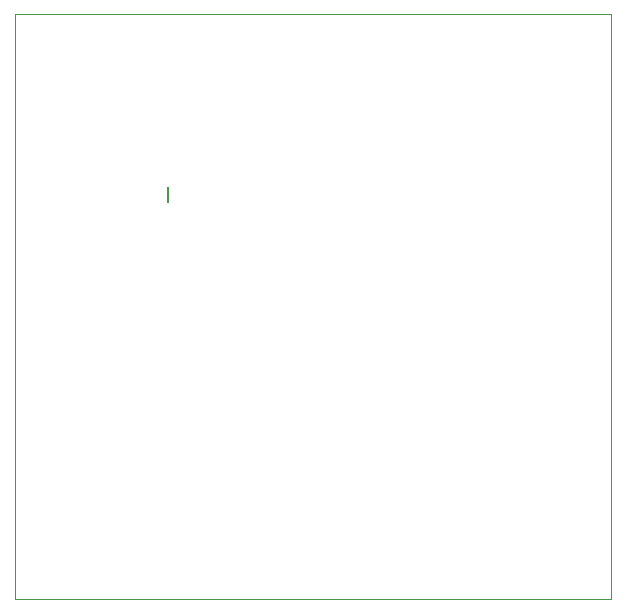
<source format=gbo>
G75*
%MOIN*%
%OFA0B0*%
%FSLAX25Y25*%
%IPPOS*%
%LPD*%
%AMOC8*
5,1,8,0,0,1.08239X$1,22.5*
%
%ADD10C,0.00000*%
%ADD11C,0.00800*%
D10*
X0006800Y0006800D02*
X0006800Y0201761D01*
X0205501Y0201761D01*
X0205501Y0006800D01*
X0006800Y0006800D01*
D11*
X0057800Y0139300D02*
X0057800Y0144300D01*
M02*

</source>
